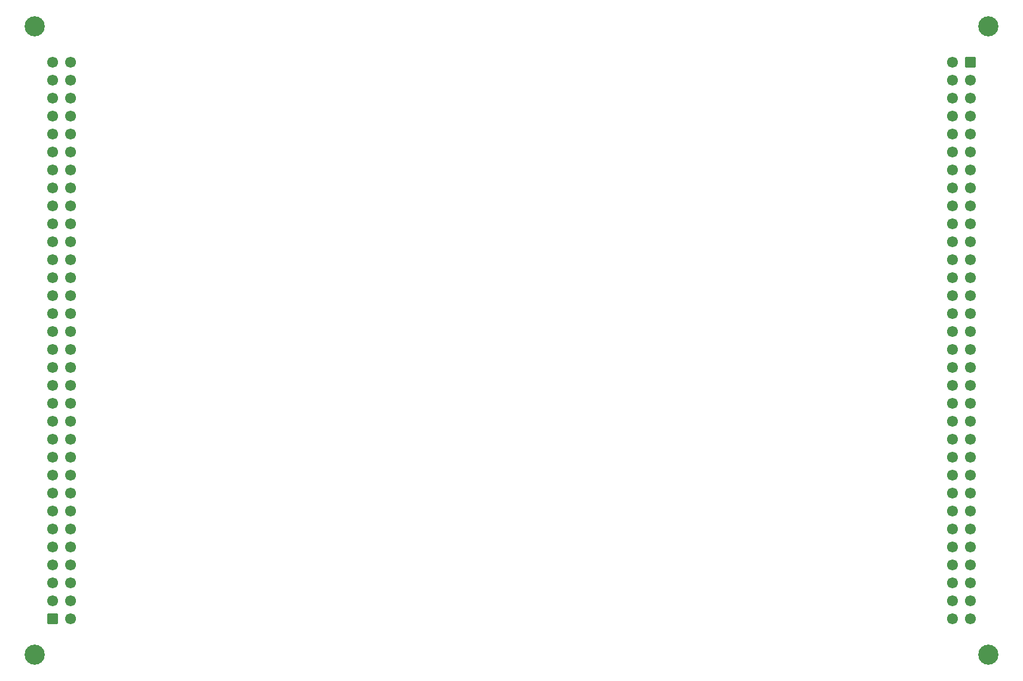
<source format=gbr>
%TF.GenerationSoftware,KiCad,Pcbnew,(6.0.5)*%
%TF.CreationDate,2022-10-16T17:39:31+02:00*%
%TF.ProjectId,riser,72697365-722e-46b6-9963-61645f706362,rev?*%
%TF.SameCoordinates,Original*%
%TF.FileFunction,Soldermask,Top*%
%TF.FilePolarity,Negative*%
%FSLAX46Y46*%
G04 Gerber Fmt 4.6, Leading zero omitted, Abs format (unit mm)*
G04 Created by KiCad (PCBNEW (6.0.5)) date 2022-10-16 17:39:31*
%MOMM*%
%LPD*%
G01*
G04 APERTURE LIST*
G04 Aperture macros list*
%AMRoundRect*
0 Rectangle with rounded corners*
0 $1 Rounding radius*
0 $2 $3 $4 $5 $6 $7 $8 $9 X,Y pos of 4 corners*
0 Add a 4 corners polygon primitive as box body*
4,1,4,$2,$3,$4,$5,$6,$7,$8,$9,$2,$3,0*
0 Add four circle primitives for the rounded corners*
1,1,$1+$1,$2,$3*
1,1,$1+$1,$4,$5*
1,1,$1+$1,$6,$7*
1,1,$1+$1,$8,$9*
0 Add four rect primitives between the rounded corners*
20,1,$1+$1,$2,$3,$4,$5,0*
20,1,$1+$1,$4,$5,$6,$7,0*
20,1,$1+$1,$6,$7,$8,$9,0*
20,1,$1+$1,$8,$9,$2,$3,0*%
G04 Aperture macros list end*
%ADD10C,2.850000*%
%ADD11RoundRect,0.249999X-0.525001X0.525001X-0.525001X-0.525001X0.525001X-0.525001X0.525001X0.525001X0*%
%ADD12C,1.550000*%
%ADD13RoundRect,0.249999X0.525001X-0.525001X0.525001X0.525001X-0.525001X0.525001X-0.525001X-0.525001X0*%
G04 APERTURE END LIST*
D10*
%TO.C,J2*%
X197987000Y-67056000D03*
X197987000Y-155956000D03*
D11*
X195447000Y-72136000D03*
D12*
X195447000Y-74676000D03*
X195447000Y-77216000D03*
X195447000Y-79756000D03*
X195447000Y-82296000D03*
X195447000Y-84836000D03*
X195447000Y-87376000D03*
X195447000Y-89916000D03*
X195447000Y-92456000D03*
X195447000Y-94996000D03*
X195447000Y-97536000D03*
X195447000Y-100076000D03*
X195447000Y-102616000D03*
X195447000Y-105156000D03*
X195447000Y-107696000D03*
X195447000Y-110236000D03*
X195447000Y-112776000D03*
X195447000Y-115316000D03*
X195447000Y-117856000D03*
X195447000Y-120396000D03*
X195447000Y-122936000D03*
X195447000Y-125476000D03*
X195447000Y-128016000D03*
X195447000Y-130556000D03*
X195447000Y-133096000D03*
X195447000Y-135636000D03*
X195447000Y-138176000D03*
X195447000Y-140716000D03*
X195447000Y-143256000D03*
X195447000Y-145796000D03*
X195447000Y-148336000D03*
X195447000Y-150876000D03*
X192907000Y-72136000D03*
X192907000Y-74676000D03*
X192907000Y-77216000D03*
X192907000Y-79756000D03*
X192907000Y-82296000D03*
X192907000Y-84836000D03*
X192907000Y-87376000D03*
X192907000Y-89916000D03*
X192907000Y-92456000D03*
X192907000Y-94996000D03*
X192907000Y-97536000D03*
X192907000Y-100076000D03*
X192907000Y-102616000D03*
X192907000Y-105156000D03*
X192907000Y-107696000D03*
X192907000Y-110236000D03*
X192907000Y-112776000D03*
X192907000Y-115316000D03*
X192907000Y-117856000D03*
X192907000Y-120396000D03*
X192907000Y-122936000D03*
X192907000Y-125476000D03*
X192907000Y-128016000D03*
X192907000Y-130556000D03*
X192907000Y-133096000D03*
X192907000Y-135636000D03*
X192907000Y-138176000D03*
X192907000Y-140716000D03*
X192907000Y-143256000D03*
X192907000Y-145796000D03*
X192907000Y-148336000D03*
X192907000Y-150876000D03*
%TD*%
D10*
%TO.C,J1*%
X62871000Y-67056000D03*
X62871000Y-155956000D03*
D13*
X65411000Y-150876000D03*
D12*
X65411000Y-148336000D03*
X65411000Y-145796000D03*
X65411000Y-143256000D03*
X65411000Y-140716000D03*
X65411000Y-138176000D03*
X65411000Y-135636000D03*
X65411000Y-133096000D03*
X65411000Y-130556000D03*
X65411000Y-128016000D03*
X65411000Y-125476000D03*
X65411000Y-122936000D03*
X65411000Y-120396000D03*
X65411000Y-117856000D03*
X65411000Y-115316000D03*
X65411000Y-112776000D03*
X65411000Y-110236000D03*
X65411000Y-107696000D03*
X65411000Y-105156000D03*
X65411000Y-102616000D03*
X65411000Y-100076000D03*
X65411000Y-97536000D03*
X65411000Y-94996000D03*
X65411000Y-92456000D03*
X65411000Y-89916000D03*
X65411000Y-87376000D03*
X65411000Y-84836000D03*
X65411000Y-82296000D03*
X65411000Y-79756000D03*
X65411000Y-77216000D03*
X65411000Y-74676000D03*
X65411000Y-72136000D03*
X67951000Y-150876000D03*
X67951000Y-148336000D03*
X67951000Y-145796000D03*
X67951000Y-143256000D03*
X67951000Y-140716000D03*
X67951000Y-138176000D03*
X67951000Y-135636000D03*
X67951000Y-133096000D03*
X67951000Y-130556000D03*
X67951000Y-128016000D03*
X67951000Y-125476000D03*
X67951000Y-122936000D03*
X67951000Y-120396000D03*
X67951000Y-117856000D03*
X67951000Y-115316000D03*
X67951000Y-112776000D03*
X67951000Y-110236000D03*
X67951000Y-107696000D03*
X67951000Y-105156000D03*
X67951000Y-102616000D03*
X67951000Y-100076000D03*
X67951000Y-97536000D03*
X67951000Y-94996000D03*
X67951000Y-92456000D03*
X67951000Y-89916000D03*
X67951000Y-87376000D03*
X67951000Y-84836000D03*
X67951000Y-82296000D03*
X67951000Y-79756000D03*
X67951000Y-77216000D03*
X67951000Y-74676000D03*
X67951000Y-72136000D03*
%TD*%
M02*

</source>
